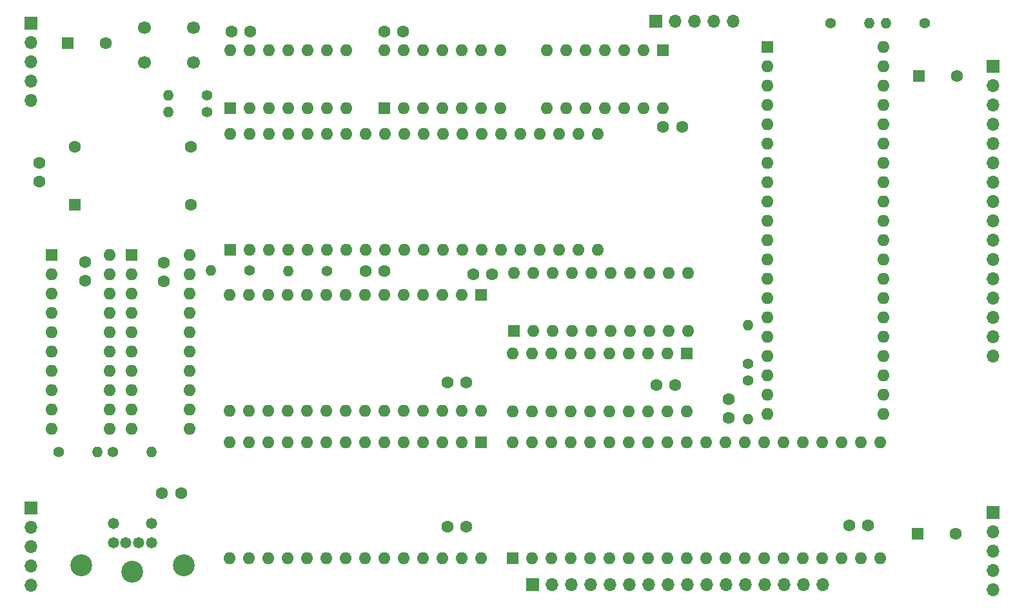
<source format=gts>
%TF.GenerationSoftware,KiCad,Pcbnew,5.1.12-84ad8e8a86~92~ubuntu18.04.1*%
%TF.CreationDate,2022-05-14T09:18:38-04:00*%
%TF.ProjectId,kicad_vectron_65_plus,6b696361-645f-4766-9563-74726f6e5f36,rev?*%
%TF.SameCoordinates,Original*%
%TF.FileFunction,Soldermask,Top*%
%TF.FilePolarity,Negative*%
%FSLAX46Y46*%
G04 Gerber Fmt 4.6, Leading zero omitted, Abs format (unit mm)*
G04 Created by KiCad (PCBNEW 5.1.12-84ad8e8a86~92~ubuntu18.04.1) date 2022-05-14 09:18:38*
%MOMM*%
%LPD*%
G01*
G04 APERTURE LIST*
%ADD10C,1.600000*%
%ADD11R,1.600000X1.600000*%
%ADD12O,1.600000X1.600000*%
%ADD13C,1.700000*%
%ADD14O,1.400000X1.400000*%
%ADD15C,1.400000*%
%ADD16O,1.700000X1.700000*%
%ADD17R,1.700000X1.700000*%
%ADD18C,2.870200*%
%ADD19C,1.473200*%
G04 APERTURE END LIST*
D10*
%TO.C,X1*%
X61468000Y-58166000D03*
X61468000Y-50546000D03*
X46228000Y-50546000D03*
D11*
X46228000Y-58166000D03*
%TD*%
D12*
%TO.C,U12*%
X103835200Y-67106800D03*
X126695200Y-74726800D03*
X106375200Y-67106800D03*
X124155200Y-74726800D03*
X108915200Y-67106800D03*
X121615200Y-74726800D03*
X111455200Y-67106800D03*
X119075200Y-74726800D03*
X113995200Y-67106800D03*
X116535200Y-74726800D03*
X116535200Y-67106800D03*
X113995200Y-74726800D03*
X119075200Y-67106800D03*
X111455200Y-74726800D03*
X121615200Y-67106800D03*
X108915200Y-74726800D03*
X124155200Y-67106800D03*
X106375200Y-74726800D03*
X126695200Y-67106800D03*
D11*
X103835200Y-74726800D03*
%TD*%
D12*
%TO.C,U11*%
X123444000Y-45466000D03*
X108204000Y-37846000D03*
X120904000Y-45466000D03*
X110744000Y-37846000D03*
X118364000Y-45466000D03*
X113284000Y-37846000D03*
X115824000Y-45466000D03*
X115824000Y-37846000D03*
X113284000Y-45466000D03*
X118364000Y-37846000D03*
X110744000Y-45466000D03*
X120904000Y-37846000D03*
X108204000Y-45466000D03*
D11*
X123444000Y-37846000D03*
%TD*%
D12*
%TO.C,U10*%
X86868000Y-37846000D03*
X102108000Y-45466000D03*
X89408000Y-37846000D03*
X99568000Y-45466000D03*
X91948000Y-37846000D03*
X97028000Y-45466000D03*
X94488000Y-37846000D03*
X94488000Y-45466000D03*
X97028000Y-37846000D03*
X91948000Y-45466000D03*
X99568000Y-37846000D03*
X89408000Y-45466000D03*
X102108000Y-37846000D03*
D11*
X86868000Y-45466000D03*
%TD*%
D12*
%TO.C,U9*%
X66649600Y-37795200D03*
X81889600Y-45415200D03*
X69189600Y-37795200D03*
X79349600Y-45415200D03*
X71729600Y-37795200D03*
X76809600Y-45415200D03*
X74269600Y-37795200D03*
X74269600Y-45415200D03*
X76809600Y-37795200D03*
X71729600Y-45415200D03*
X79349600Y-37795200D03*
X69189600Y-45415200D03*
X81889600Y-37795200D03*
D11*
X66649600Y-45415200D03*
%TD*%
D12*
%TO.C,U8*%
X126593600Y-85344000D03*
X103733600Y-77724000D03*
X124053600Y-85344000D03*
X106273600Y-77724000D03*
X121513600Y-85344000D03*
X108813600Y-77724000D03*
X118973600Y-85344000D03*
X111353600Y-77724000D03*
X116433600Y-85344000D03*
X113893600Y-77724000D03*
X113893600Y-85344000D03*
X116433600Y-77724000D03*
X111353600Y-85344000D03*
X118973600Y-77724000D03*
X108813600Y-85344000D03*
X121513600Y-77724000D03*
X106273600Y-85344000D03*
X124053600Y-77724000D03*
X103733600Y-85344000D03*
D11*
X126593600Y-77724000D03*
%TD*%
D12*
%TO.C,U7*%
X50749200Y-64770000D03*
X43129200Y-87630000D03*
X50749200Y-67310000D03*
X43129200Y-85090000D03*
X50749200Y-69850000D03*
X43129200Y-82550000D03*
X50749200Y-72390000D03*
X43129200Y-80010000D03*
X50749200Y-74930000D03*
X43129200Y-77470000D03*
X50749200Y-77470000D03*
X43129200Y-74930000D03*
X50749200Y-80010000D03*
X43129200Y-72390000D03*
X50749200Y-82550000D03*
X43129200Y-69850000D03*
X50749200Y-85090000D03*
X43129200Y-67310000D03*
X50749200Y-87630000D03*
D11*
X43129200Y-64770000D03*
%TD*%
D12*
%TO.C,U6*%
X99568000Y-85242400D03*
X66548000Y-70002400D03*
X97028000Y-85242400D03*
X69088000Y-70002400D03*
X94488000Y-85242400D03*
X71628000Y-70002400D03*
X91948000Y-85242400D03*
X74168000Y-70002400D03*
X89408000Y-85242400D03*
X76708000Y-70002400D03*
X86868000Y-85242400D03*
X79248000Y-70002400D03*
X84328000Y-85242400D03*
X81788000Y-70002400D03*
X81788000Y-85242400D03*
X84328000Y-70002400D03*
X79248000Y-85242400D03*
X86868000Y-70002400D03*
X76708000Y-85242400D03*
X89408000Y-70002400D03*
X74168000Y-85242400D03*
X91948000Y-70002400D03*
X71628000Y-85242400D03*
X94488000Y-70002400D03*
X69088000Y-85242400D03*
X97028000Y-70002400D03*
X66548000Y-85242400D03*
D11*
X99568000Y-70002400D03*
%TD*%
D12*
%TO.C,U5*%
X103733600Y-89408000D03*
X151993600Y-104648000D03*
X106273600Y-89408000D03*
X149453600Y-104648000D03*
X108813600Y-89408000D03*
X146913600Y-104648000D03*
X111353600Y-89408000D03*
X144373600Y-104648000D03*
X113893600Y-89408000D03*
X141833600Y-104648000D03*
X116433600Y-89408000D03*
X139293600Y-104648000D03*
X118973600Y-89408000D03*
X136753600Y-104648000D03*
X121513600Y-89408000D03*
X134213600Y-104648000D03*
X124053600Y-89408000D03*
X131673600Y-104648000D03*
X126593600Y-89408000D03*
X129133600Y-104648000D03*
X129133600Y-89408000D03*
X126593600Y-104648000D03*
X131673600Y-89408000D03*
X124053600Y-104648000D03*
X134213600Y-89408000D03*
X121513600Y-104648000D03*
X136753600Y-89408000D03*
X118973600Y-104648000D03*
X139293600Y-89408000D03*
X116433600Y-104648000D03*
X141833600Y-89408000D03*
X113893600Y-104648000D03*
X144373600Y-89408000D03*
X111353600Y-104648000D03*
X146913600Y-89408000D03*
X108813600Y-104648000D03*
X149453600Y-89408000D03*
X106273600Y-104648000D03*
X151993600Y-89408000D03*
D11*
X103733600Y-104648000D03*
%TD*%
D12*
%TO.C,U4*%
X61264800Y-64770000D03*
X53644800Y-87630000D03*
X61264800Y-67310000D03*
X53644800Y-85090000D03*
X61264800Y-69850000D03*
X53644800Y-82550000D03*
X61264800Y-72390000D03*
X53644800Y-80010000D03*
X61264800Y-74930000D03*
X53644800Y-77470000D03*
X61264800Y-77470000D03*
X53644800Y-74930000D03*
X61264800Y-80010000D03*
X53644800Y-72390000D03*
X61264800Y-82550000D03*
X53644800Y-69850000D03*
X61264800Y-85090000D03*
X53644800Y-67310000D03*
X61264800Y-87630000D03*
D11*
X53644800Y-64770000D03*
%TD*%
D12*
%TO.C,U3*%
X99517200Y-104648000D03*
X66497200Y-89408000D03*
X96977200Y-104648000D03*
X69037200Y-89408000D03*
X94437200Y-104648000D03*
X71577200Y-89408000D03*
X91897200Y-104648000D03*
X74117200Y-89408000D03*
X89357200Y-104648000D03*
X76657200Y-89408000D03*
X86817200Y-104648000D03*
X79197200Y-89408000D03*
X84277200Y-104648000D03*
X81737200Y-89408000D03*
X81737200Y-104648000D03*
X84277200Y-89408000D03*
X79197200Y-104648000D03*
X86817200Y-89408000D03*
X76657200Y-104648000D03*
X89357200Y-89408000D03*
X74117200Y-104648000D03*
X91897200Y-89408000D03*
X71577200Y-104648000D03*
X94437200Y-89408000D03*
X69037200Y-104648000D03*
X96977200Y-89408000D03*
X66497200Y-104648000D03*
D11*
X99517200Y-89408000D03*
%TD*%
D12*
%TO.C,U2*%
X152349200Y-37439600D03*
X137109200Y-85699600D03*
X152349200Y-39979600D03*
X137109200Y-83159600D03*
X152349200Y-42519600D03*
X137109200Y-80619600D03*
X152349200Y-45059600D03*
X137109200Y-78079600D03*
X152349200Y-47599600D03*
X137109200Y-75539600D03*
X152349200Y-50139600D03*
X137109200Y-72999600D03*
X152349200Y-52679600D03*
X137109200Y-70459600D03*
X152349200Y-55219600D03*
X137109200Y-67919600D03*
X152349200Y-57759600D03*
X137109200Y-65379600D03*
X152349200Y-60299600D03*
X137109200Y-62839600D03*
X152349200Y-62839600D03*
X137109200Y-60299600D03*
X152349200Y-65379600D03*
X137109200Y-57759600D03*
X152349200Y-67919600D03*
X137109200Y-55219600D03*
X152349200Y-70459600D03*
X137109200Y-52679600D03*
X152349200Y-72999600D03*
X137109200Y-50139600D03*
X152349200Y-75539600D03*
X137109200Y-47599600D03*
X152349200Y-78079600D03*
X137109200Y-45059600D03*
X152349200Y-80619600D03*
X137109200Y-42519600D03*
X152349200Y-83159600D03*
X137109200Y-39979600D03*
X152349200Y-85699600D03*
D11*
X137109200Y-37439600D03*
%TD*%
D12*
%TO.C,U1*%
X66598800Y-48818800D03*
X114858800Y-64058800D03*
X69138800Y-48818800D03*
X112318800Y-64058800D03*
X71678800Y-48818800D03*
X109778800Y-64058800D03*
X74218800Y-48818800D03*
X107238800Y-64058800D03*
X76758800Y-48818800D03*
X104698800Y-64058800D03*
X79298800Y-48818800D03*
X102158800Y-64058800D03*
X81838800Y-48818800D03*
X99618800Y-64058800D03*
X84378800Y-48818800D03*
X97078800Y-64058800D03*
X86918800Y-48818800D03*
X94538800Y-64058800D03*
X89458800Y-48818800D03*
X91998800Y-64058800D03*
X91998800Y-48818800D03*
X89458800Y-64058800D03*
X94538800Y-48818800D03*
X86918800Y-64058800D03*
X97078800Y-48818800D03*
X84378800Y-64058800D03*
X99618800Y-48818800D03*
X81838800Y-64058800D03*
X102158800Y-48818800D03*
X79298800Y-64058800D03*
X104698800Y-48818800D03*
X76758800Y-64058800D03*
X107238800Y-48818800D03*
X74218800Y-64058800D03*
X109778800Y-48818800D03*
X71678800Y-64058800D03*
X112318800Y-48818800D03*
X69138800Y-64058800D03*
X114858800Y-48818800D03*
D11*
X66598800Y-64058800D03*
%TD*%
D13*
%TO.C,Reset*%
X55323600Y-34899600D03*
X61823600Y-34899600D03*
X55323600Y-39399600D03*
X61823600Y-39399600D03*
%TD*%
D14*
%TO.C,R10*%
X49174400Y-90627200D03*
D15*
X44094400Y-90627200D03*
%TD*%
D14*
%TO.C,R9*%
X56286400Y-90627200D03*
D15*
X51206400Y-90627200D03*
%TD*%
D14*
%TO.C,R8*%
X134569200Y-73964800D03*
D15*
X134569200Y-79044800D03*
%TD*%
D14*
%TO.C,R7*%
X150520400Y-34290000D03*
D15*
X145440400Y-34290000D03*
%TD*%
D14*
%TO.C,R6*%
X152755600Y-34290000D03*
D15*
X157835600Y-34290000D03*
%TD*%
D14*
%TO.C,R5*%
X134569200Y-86309200D03*
D15*
X134569200Y-81229200D03*
%TD*%
D14*
%TO.C,R4*%
X58470800Y-45923200D03*
D15*
X63550800Y-45923200D03*
%TD*%
D14*
%TO.C,R3*%
X64058800Y-66802000D03*
D15*
X69138800Y-66802000D03*
%TD*%
D14*
%TO.C,R2*%
X74218800Y-66852800D03*
D15*
X79298800Y-66852800D03*
%TD*%
D14*
%TO.C,R1*%
X58470800Y-43789600D03*
D15*
X63550800Y-43789600D03*
%TD*%
D16*
%TO.C,J7*%
X40436800Y-44450000D03*
X40436800Y-41910000D03*
X40436800Y-39370000D03*
X40436800Y-36830000D03*
D17*
X40436800Y-34290000D03*
%TD*%
D16*
%TO.C,J6*%
X40436800Y-108153200D03*
X40436800Y-105613200D03*
X40436800Y-103073200D03*
X40436800Y-100533200D03*
D17*
X40436800Y-97993200D03*
%TD*%
D18*
%TO.C,J5*%
X53771800Y-106375200D03*
X47015400Y-105562400D03*
X60528200Y-105562400D03*
D19*
X51257200Y-100076000D03*
X56286400Y-100076000D03*
X51257200Y-102565200D03*
X52933600Y-102565200D03*
X54610000Y-102565200D03*
X56286400Y-102565200D03*
%TD*%
D16*
%TO.C,J4*%
X144424400Y-108102400D03*
X141884400Y-108102400D03*
X139344400Y-108102400D03*
X136804400Y-108102400D03*
X134264400Y-108102400D03*
X131724400Y-108102400D03*
X129184400Y-108102400D03*
X126644400Y-108102400D03*
X124104400Y-108102400D03*
X121564400Y-108102400D03*
X119024400Y-108102400D03*
X116484400Y-108102400D03*
X113944400Y-108102400D03*
X111404400Y-108102400D03*
X108864400Y-108102400D03*
D17*
X106324400Y-108102400D03*
%TD*%
D16*
%TO.C,J3*%
X166776400Y-78079600D03*
X166776400Y-75539600D03*
X166776400Y-72999600D03*
X166776400Y-70459600D03*
X166776400Y-67919600D03*
X166776400Y-65379600D03*
X166776400Y-62839600D03*
X166776400Y-60299600D03*
X166776400Y-57759600D03*
X166776400Y-55219600D03*
X166776400Y-52679600D03*
X166776400Y-50139600D03*
X166776400Y-47599600D03*
X166776400Y-45059600D03*
X166776400Y-42519600D03*
D17*
X166776400Y-39979600D03*
%TD*%
D16*
%TO.C,J2*%
X132689600Y-33985200D03*
X130149600Y-33985200D03*
X127609600Y-33985200D03*
X125069600Y-33985200D03*
D17*
X122529600Y-33985200D03*
%TD*%
D16*
%TO.C,J1*%
X166776400Y-108813600D03*
X166776400Y-106273600D03*
X166776400Y-103733600D03*
X166776400Y-101193600D03*
D17*
X166776400Y-98653600D03*
%TD*%
D10*
%TO.C,C17*%
X161870400Y-101447600D03*
D11*
X156870400Y-101447600D03*
%TD*%
D10*
%TO.C,C16*%
X162022800Y-41249600D03*
D11*
X157022800Y-41249600D03*
%TD*%
D10*
%TO.C,C15*%
X95137600Y-81483200D03*
X97637600Y-81483200D03*
%TD*%
%TO.C,C14*%
X57861200Y-68235200D03*
X57861200Y-65735200D03*
%TD*%
%TO.C,C13*%
X60158000Y-96062800D03*
X57658000Y-96062800D03*
%TD*%
%TO.C,C12*%
X89317200Y-35407600D03*
X86817200Y-35407600D03*
%TD*%
%TO.C,C11*%
X132029200Y-83707600D03*
X132029200Y-86207600D03*
%TD*%
%TO.C,C10*%
X125944000Y-47904400D03*
X123444000Y-47904400D03*
%TD*%
%TO.C,C9*%
X86878800Y-66903600D03*
X84378800Y-66903600D03*
%TD*%
%TO.C,C8*%
X147868000Y-100330000D03*
X150368000Y-100330000D03*
%TD*%
%TO.C,C7*%
X95137600Y-100482400D03*
X97637600Y-100482400D03*
%TD*%
%TO.C,C6*%
X69251200Y-35356800D03*
X66751200Y-35356800D03*
%TD*%
%TO.C,C5*%
X122569600Y-81838800D03*
X125069600Y-81838800D03*
%TD*%
%TO.C,C4*%
X98490400Y-67259200D03*
X100990400Y-67259200D03*
%TD*%
%TO.C,C3*%
X47599600Y-68184400D03*
X47599600Y-65684400D03*
%TD*%
%TO.C,C2*%
X50262800Y-36880800D03*
D11*
X45262800Y-36880800D03*
%TD*%
D10*
%TO.C,C1*%
X41554400Y-55118000D03*
X41554400Y-52618000D03*
%TD*%
M02*

</source>
